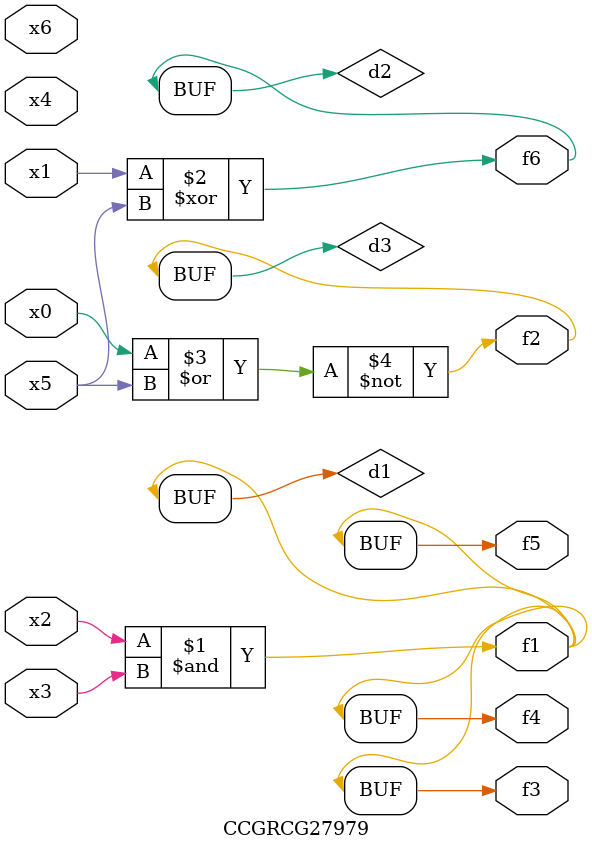
<source format=v>
module CCGRCG27979(
	input x0, x1, x2, x3, x4, x5, x6,
	output f1, f2, f3, f4, f5, f6
);

	wire d1, d2, d3;

	and (d1, x2, x3);
	xor (d2, x1, x5);
	nor (d3, x0, x5);
	assign f1 = d1;
	assign f2 = d3;
	assign f3 = d1;
	assign f4 = d1;
	assign f5 = d1;
	assign f6 = d2;
endmodule

</source>
